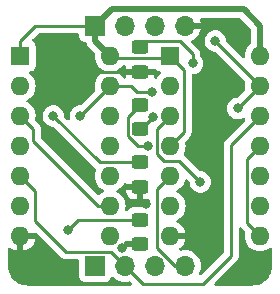
<source format=gbr>
%TF.GenerationSoftware,KiCad,Pcbnew,7.0.8-7.0.8~ubuntu23.04.1*%
%TF.CreationDate,2023-10-19T21:44:50+04:00*%
%TF.ProjectId,async_counter,6173796e-635f-4636-9f75-6e7465722e6b,rev?*%
%TF.SameCoordinates,Original*%
%TF.FileFunction,Copper,L1,Top*%
%TF.FilePolarity,Positive*%
%FSLAX46Y46*%
G04 Gerber Fmt 4.6, Leading zero omitted, Abs format (unit mm)*
G04 Created by KiCad (PCBNEW 7.0.8-7.0.8~ubuntu23.04.1) date 2023-10-19 21:44:50*
%MOMM*%
%LPD*%
G01*
G04 APERTURE LIST*
G04 Aperture macros list*
%AMRoundRect*
0 Rectangle with rounded corners*
0 $1 Rounding radius*
0 $2 $3 $4 $5 $6 $7 $8 $9 X,Y pos of 4 corners*
0 Add a 4 corners polygon primitive as box body*
4,1,4,$2,$3,$4,$5,$6,$7,$8,$9,$2,$3,0*
0 Add four circle primitives for the rounded corners*
1,1,$1+$1,$2,$3*
1,1,$1+$1,$4,$5*
1,1,$1+$1,$6,$7*
1,1,$1+$1,$8,$9*
0 Add four rect primitives between the rounded corners*
20,1,$1+$1,$2,$3,$4,$5,0*
20,1,$1+$1,$4,$5,$6,$7,0*
20,1,$1+$1,$6,$7,$8,$9,0*
20,1,$1+$1,$8,$9,$2,$3,0*%
G04 Aperture macros list end*
%TA.AperFunction,SMDPad,CuDef*%
%ADD10RoundRect,0.250000X0.450000X-0.325000X0.450000X0.325000X-0.450000X0.325000X-0.450000X-0.325000X0*%
%TD*%
%TA.AperFunction,ComponentPad*%
%ADD11R,1.600000X1.600000*%
%TD*%
%TA.AperFunction,ComponentPad*%
%ADD12O,1.600000X1.600000*%
%TD*%
%TA.AperFunction,ComponentPad*%
%ADD13R,1.700000X1.700000*%
%TD*%
%TA.AperFunction,ComponentPad*%
%ADD14O,1.700000X1.700000*%
%TD*%
%TA.AperFunction,ViaPad*%
%ADD15C,0.800000*%
%TD*%
%TA.AperFunction,Conductor*%
%ADD16C,0.250000*%
%TD*%
%TA.AperFunction,Conductor*%
%ADD17C,0.500000*%
%TD*%
G04 APERTURE END LIST*
D10*
%TO.P,D4,1,K*%
%TO.N,GND*%
X185420000Y-85145000D03*
%TO.P,D4,2,A*%
%TO.N,Net-(D4-A)*%
X185420000Y-83095000D03*
%TD*%
%TO.P,D2,1,K*%
%TO.N,GND*%
X185420000Y-94881666D03*
%TO.P,D2,2,A*%
%TO.N,Net-(D2-A)*%
X185420000Y-92831666D03*
%TD*%
%TO.P,D3,1,K*%
%TO.N,GND*%
X185420000Y-90013333D03*
%TO.P,D3,2,A*%
%TO.N,Net-(D3-A)*%
X185420000Y-87963333D03*
%TD*%
D11*
%TO.P,U1,1,J*%
%TO.N,VCC*%
X175260000Y-83820000D03*
D12*
%TO.P,U1,2,~{Q}*%
%TO.N,unconnected-(U1A-~{Q}-Pad2)*%
X175260000Y-86360000D03*
%TO.P,U1,3,Q*%
%TO.N,/D_{0}*%
X175260000Y-88900000D03*
%TO.P,U1,4,K*%
%TO.N,VCC*%
X175260000Y-91440000D03*
%TO.P,U1,5,Q*%
%TO.N,/D_{1}*%
X175260000Y-93980000D03*
%TO.P,U1,6,~{Q}*%
%TO.N,unconnected-(U1B-~{Q}-Pad6)*%
X175260000Y-96520000D03*
%TO.P,U1,7,GND*%
%TO.N,GND*%
X175260000Y-99060000D03*
%TO.P,U1,8,J*%
%TO.N,VCC*%
X182880000Y-99060000D03*
%TO.P,U1,9,C*%
%TO.N,/D_{0}*%
X182880000Y-96520000D03*
%TO.P,U1,10,~{R}*%
%TO.N,/~{CLR}*%
X182880000Y-93980000D03*
%TO.P,U1,11,K*%
%TO.N,VCC*%
X182880000Y-91440000D03*
%TO.P,U1,12,C*%
%TO.N,/CLK*%
X182880000Y-88900000D03*
%TO.P,U1,13,~{R}*%
%TO.N,/~{CLR}*%
X182880000Y-86360000D03*
%TO.P,U1,14,VCC*%
%TO.N,VCC*%
X182880000Y-83820000D03*
%TD*%
D11*
%TO.P,U2,1,J*%
%TO.N,VCC*%
X187960000Y-83820000D03*
D12*
%TO.P,U2,2,~{Q}*%
%TO.N,unconnected-(U2A-~{Q}-Pad2)*%
X187960000Y-86360000D03*
%TO.P,U2,3,Q*%
%TO.N,/D_{2}*%
X187960000Y-88900000D03*
%TO.P,U2,4,K*%
%TO.N,VCC*%
X187960000Y-91440000D03*
%TO.P,U2,5,Q*%
%TO.N,/D_{3}*%
X187960000Y-93980000D03*
%TO.P,U2,6,~{Q}*%
%TO.N,unconnected-(U2B-~{Q}-Pad6)*%
X187960000Y-96520000D03*
%TO.P,U2,7,GND*%
%TO.N,GND*%
X187960000Y-99060000D03*
%TO.P,U2,8,J*%
%TO.N,VCC*%
X195580000Y-99060000D03*
%TO.P,U2,9,C*%
%TO.N,/D_{2}*%
X195580000Y-96520000D03*
%TO.P,U2,10,~{R}*%
%TO.N,/~{CLR}*%
X195580000Y-93980000D03*
%TO.P,U2,11,K*%
%TO.N,VCC*%
X195580000Y-91440000D03*
%TO.P,U2,12,C*%
%TO.N,/D_{1}*%
X195580000Y-88900000D03*
%TO.P,U2,13,~{R}*%
%TO.N,/~{CLR}*%
X195580000Y-86360000D03*
%TO.P,U2,14,VCC*%
%TO.N,VCC*%
X195580000Y-83820000D03*
%TD*%
D10*
%TO.P,D1,1,K*%
%TO.N,GND*%
X185420000Y-99750000D03*
%TO.P,D1,2,A*%
%TO.N,Net-(D1-A)*%
X185420000Y-97700000D03*
%TD*%
D13*
%TO.P,J2,1,Pin_1*%
%TO.N,/D_{0}*%
X181610000Y-101600000D03*
D14*
%TO.P,J2,2,Pin_2*%
%TO.N,/D_{1}*%
X184150000Y-101600000D03*
%TO.P,J2,3,Pin_3*%
%TO.N,/D_{2}*%
X186690000Y-101600000D03*
%TO.P,J2,4,Pin_4*%
%TO.N,/D_{3}*%
X189230000Y-101600000D03*
%TD*%
D13*
%TO.P,J1,1,Pin_1*%
%TO.N,VCC*%
X181610000Y-81280000D03*
D14*
%TO.P,J1,2,Pin_2*%
%TO.N,/CLK*%
X184150000Y-81280000D03*
%TO.P,J1,3,Pin_3*%
%TO.N,/~{CLR}*%
X186690000Y-81280000D03*
%TO.P,J1,4,Pin_4*%
%TO.N,GND*%
X189230000Y-81280000D03*
%TD*%
D15*
%TO.N,GND*%
X186486800Y-89001600D03*
X191262000Y-100076000D03*
X191770000Y-88900000D03*
X175260000Y-100838000D03*
X179070000Y-101600000D03*
X177292000Y-100838000D03*
X185928000Y-96393000D03*
X179832000Y-83312000D03*
X194564000Y-100584000D03*
X183896000Y-100076000D03*
X193040000Y-102616000D03*
%TO.N,Net-(D1-A)*%
X179324000Y-98552000D03*
%TO.N,Net-(D2-A)*%
X178054000Y-88900000D03*
%TO.N,Net-(D3-A)*%
X186110500Y-91440000D03*
%TO.N,Net-(D4-A)*%
X189865000Y-84455000D03*
%TO.N,/~{CLR}*%
X193675000Y-88265000D03*
X180340000Y-88900000D03*
X186436000Y-86868000D03*
X191770000Y-82550000D03*
%TO.N,/D_{2}*%
X190500000Y-94488000D03*
%TD*%
D16*
%TO.N,VCC*%
X189140000Y-90260000D02*
X189140000Y-85000000D01*
X175260000Y-82550000D02*
X176530000Y-81280000D01*
X175260000Y-83820000D02*
X175260000Y-82550000D01*
X194455000Y-92565000D02*
X195580000Y-91440000D01*
D17*
X181610000Y-81280000D02*
X183015000Y-79875000D01*
D16*
X176530000Y-81280000D02*
X181610000Y-81280000D01*
X187960000Y-91440000D02*
X189140000Y-90260000D01*
X189140000Y-85000000D02*
X187960000Y-83820000D01*
X183055000Y-83995000D02*
X182880000Y-83820000D01*
D17*
X194175000Y-79875000D02*
X195580000Y-81280000D01*
D16*
X187960000Y-83820000D02*
X187785000Y-83995000D01*
X195580000Y-99060000D02*
X194455000Y-97935000D01*
X194455000Y-97935000D02*
X194455000Y-92565000D01*
D17*
X181610000Y-82550000D02*
X182880000Y-83820000D01*
X183015000Y-79875000D02*
X194175000Y-79875000D01*
X195580000Y-81280000D02*
X195580000Y-83820000D01*
D16*
X187785000Y-83995000D02*
X183055000Y-83995000D01*
D17*
X181610000Y-81280000D02*
X181610000Y-82550000D01*
D16*
%TO.N,GND*%
X185420000Y-85145000D02*
X181665000Y-85145000D01*
X185420000Y-90013333D02*
X185475067Y-90013333D01*
X181665000Y-85145000D02*
X179832000Y-83312000D01*
X185475067Y-90013333D02*
X186486800Y-89001600D01*
%TO.N,Net-(D1-A)*%
X185420000Y-97700000D02*
X180176000Y-97700000D01*
X180176000Y-97700000D02*
X179324000Y-98552000D01*
%TO.N,Net-(D2-A)*%
X181985666Y-92831666D02*
X178054000Y-88900000D01*
X185420000Y-92831666D02*
X181985666Y-92831666D01*
%TO.N,Net-(D3-A)*%
X185258493Y-91440000D02*
X186110500Y-91440000D01*
X184395000Y-90576507D02*
X184395000Y-88988333D01*
X184395000Y-90576507D02*
X185258493Y-91440000D01*
X184395000Y-88988333D02*
X185420000Y-87963333D01*
%TO.N,Net-(D4-A)*%
X189865000Y-84455000D02*
X189865000Y-83665380D01*
X189865000Y-83665380D02*
X188749620Y-82550000D01*
X188749620Y-82550000D02*
X185965000Y-82550000D01*
X185965000Y-82550000D02*
X185420000Y-83095000D01*
%TO.N,/~{CLR}*%
X184658000Y-86360000D02*
X182880000Y-86360000D01*
X191770000Y-82550000D02*
X195580000Y-86360000D01*
X180340000Y-88900000D02*
X182880000Y-86360000D01*
X185166000Y-86868000D02*
X186436000Y-86868000D01*
X184658000Y-86360000D02*
X185166000Y-86868000D01*
X195580000Y-86360000D02*
X193675000Y-88265000D01*
%TO.N,/D_{0}*%
X176385000Y-90025000D02*
X175260000Y-88900000D01*
X176385000Y-91050305D02*
X176385000Y-90025000D01*
X181854695Y-96520000D02*
X176385000Y-91050305D01*
X182880000Y-96520000D02*
X181854695Y-96520000D01*
%TO.N,/D_{1}*%
X184150000Y-101600000D02*
X185674000Y-103124000D01*
X176530000Y-95250000D02*
X175260000Y-93980000D01*
X193130000Y-100748000D02*
X193130000Y-91350000D01*
X182975000Y-100425000D02*
X179165000Y-100425000D01*
X176530000Y-97790000D02*
X176530000Y-95250000D01*
X193130000Y-91350000D02*
X195580000Y-88900000D01*
X185674000Y-103124000D02*
X190754000Y-103124000D01*
X179165000Y-100425000D02*
X176530000Y-97790000D01*
X190754000Y-103124000D02*
X193130000Y-100748000D01*
X184150000Y-101600000D02*
X182975000Y-100425000D01*
%TO.N,/D_{2}*%
X188722000Y-92710000D02*
X190500000Y-94488000D01*
X186835000Y-90025000D02*
X186835000Y-92093000D01*
X186835000Y-92093000D02*
X187452000Y-92710000D01*
X187960000Y-88900000D02*
X186835000Y-90025000D01*
X187452000Y-92710000D02*
X188722000Y-92710000D01*
%TO.N,/D_{3}*%
X186835000Y-95105000D02*
X187960000Y-93980000D01*
X186835000Y-100055000D02*
X186835000Y-95105000D01*
X188380000Y-101600000D02*
X186835000Y-100055000D01*
X189230000Y-101600000D02*
X188380000Y-101600000D01*
%TD*%
%TA.AperFunction,Conductor*%
%TO.N,GND*%
G36*
X176693792Y-98838382D02*
G01*
X178664194Y-100808784D01*
X178674019Y-100821048D01*
X178674240Y-100820866D01*
X178679210Y-100826873D01*
X178679213Y-100826876D01*
X178679214Y-100826877D01*
X178729651Y-100874241D01*
X178750530Y-100895120D01*
X178756004Y-100899366D01*
X178760442Y-100903156D01*
X178794418Y-100935062D01*
X178794422Y-100935064D01*
X178811973Y-100944713D01*
X178828231Y-100955392D01*
X178844064Y-100967674D01*
X178866015Y-100977172D01*
X178886837Y-100986183D01*
X178892081Y-100988752D01*
X178932908Y-101011197D01*
X178952312Y-101016179D01*
X178970710Y-101022478D01*
X178989105Y-101030438D01*
X179035129Y-101037726D01*
X179040832Y-101038907D01*
X179085981Y-101050500D01*
X179106016Y-101050500D01*
X179125413Y-101052026D01*
X179145196Y-101055160D01*
X179191584Y-101050775D01*
X179197422Y-101050500D01*
X180135500Y-101050500D01*
X180202539Y-101070185D01*
X180248294Y-101122989D01*
X180259500Y-101174500D01*
X180259500Y-102497870D01*
X180259501Y-102497876D01*
X180265908Y-102557483D01*
X180316202Y-102692328D01*
X180316206Y-102692335D01*
X180402452Y-102807544D01*
X180402455Y-102807547D01*
X180517664Y-102893793D01*
X180517671Y-102893797D01*
X180652517Y-102944091D01*
X180652516Y-102944091D01*
X180659444Y-102944835D01*
X180712127Y-102950500D01*
X182507872Y-102950499D01*
X182567483Y-102944091D01*
X182702331Y-102893796D01*
X182817546Y-102807546D01*
X182903796Y-102692331D01*
X182952810Y-102560916D01*
X182994681Y-102504984D01*
X183060145Y-102480566D01*
X183128418Y-102495417D01*
X183156673Y-102516569D01*
X183278599Y-102638495D01*
X183375384Y-102706265D01*
X183472165Y-102774032D01*
X183472167Y-102774033D01*
X183472170Y-102774035D01*
X183686337Y-102873903D01*
X183914592Y-102935063D01*
X184091034Y-102950500D01*
X184149999Y-102955659D01*
X184150000Y-102955659D01*
X184150001Y-102955659D01*
X184208966Y-102950500D01*
X184385408Y-102935063D01*
X184485873Y-102908143D01*
X184555722Y-102909806D01*
X184605647Y-102940237D01*
X184708229Y-103042819D01*
X184741714Y-103104142D01*
X184736730Y-103173834D01*
X184694858Y-103229767D01*
X184629394Y-103254184D01*
X184620548Y-103254500D01*
X175897214Y-103254500D01*
X175892791Y-103254342D01*
X175870144Y-103252722D01*
X175668384Y-103238292D01*
X175650872Y-103235774D01*
X175437543Y-103189367D01*
X175420567Y-103184383D01*
X175216002Y-103108084D01*
X175199909Y-103100734D01*
X175008292Y-102996103D01*
X174993409Y-102986538D01*
X174818632Y-102855702D01*
X174805261Y-102844116D01*
X174650883Y-102689738D01*
X174639297Y-102676367D01*
X174508461Y-102501590D01*
X174498896Y-102486707D01*
X174447629Y-102392819D01*
X174394262Y-102295084D01*
X174386918Y-102279004D01*
X174310613Y-102074424D01*
X174305634Y-102057465D01*
X174259224Y-101844121D01*
X174256707Y-101826615D01*
X174240658Y-101602210D01*
X174240500Y-101597786D01*
X174240500Y-100171346D01*
X174260185Y-100104307D01*
X174312989Y-100058552D01*
X174382147Y-100048608D01*
X174435624Y-100069772D01*
X174607510Y-100190129D01*
X174607516Y-100190133D01*
X174813673Y-100286265D01*
X174813682Y-100286269D01*
X175009999Y-100338872D01*
X175010000Y-100338871D01*
X175010000Y-99375686D01*
X175021955Y-99387641D01*
X175134852Y-99445165D01*
X175228519Y-99460000D01*
X175291481Y-99460000D01*
X175385148Y-99445165D01*
X175498045Y-99387641D01*
X175510000Y-99375686D01*
X175510000Y-100338872D01*
X175706317Y-100286269D01*
X175706326Y-100286265D01*
X175912482Y-100190134D01*
X176098820Y-100059657D01*
X176259657Y-99898820D01*
X176390134Y-99712482D01*
X176486265Y-99506326D01*
X176486269Y-99506317D01*
X176538872Y-99310000D01*
X175575686Y-99310000D01*
X175587641Y-99298045D01*
X175645165Y-99185148D01*
X175664986Y-99060000D01*
X175645165Y-98934852D01*
X175587641Y-98821955D01*
X175575686Y-98810000D01*
X176563299Y-98810000D01*
X176564151Y-98809378D01*
X176633897Y-98805216D01*
X176693792Y-98838382D01*
G37*
%TD.AperFunction*%
%TA.AperFunction,Conductor*%
G36*
X193960703Y-98325739D02*
G01*
X193967181Y-98331771D01*
X193970992Y-98335582D01*
X193983628Y-98350376D01*
X193995405Y-98366586D01*
X193995406Y-98366587D01*
X194031309Y-98396288D01*
X194035620Y-98400210D01*
X194222519Y-98587110D01*
X194280586Y-98645177D01*
X194314071Y-98706500D01*
X194312680Y-98764949D01*
X194294367Y-98833296D01*
X194294364Y-98833313D01*
X194274532Y-99059999D01*
X194274532Y-99060001D01*
X194294364Y-99286686D01*
X194294366Y-99286697D01*
X194353258Y-99506488D01*
X194353261Y-99506497D01*
X194449431Y-99712732D01*
X194449432Y-99712734D01*
X194579954Y-99899141D01*
X194740858Y-100060045D01*
X194740861Y-100060047D01*
X194927266Y-100190568D01*
X195133504Y-100286739D01*
X195353308Y-100345635D01*
X195515230Y-100359801D01*
X195579998Y-100365468D01*
X195580000Y-100365468D01*
X195580002Y-100365468D01*
X195636673Y-100360509D01*
X195806692Y-100345635D01*
X196026496Y-100286739D01*
X196232734Y-100190568D01*
X196404378Y-100070382D01*
X196470583Y-100048056D01*
X196538350Y-100065066D01*
X196586163Y-100116015D01*
X196599500Y-100171958D01*
X196599500Y-101597786D01*
X196599342Y-101602210D01*
X196583292Y-101826615D01*
X196580774Y-101844127D01*
X196534367Y-102057456D01*
X196529383Y-102074432D01*
X196453084Y-102278997D01*
X196445734Y-102295090D01*
X196341103Y-102486707D01*
X196331538Y-102501590D01*
X196200702Y-102676367D01*
X196189116Y-102689738D01*
X196034738Y-102844116D01*
X196021367Y-102855702D01*
X195846590Y-102986538D01*
X195831707Y-102996103D01*
X195640090Y-103100734D01*
X195623997Y-103108084D01*
X195419432Y-103184383D01*
X195402456Y-103189367D01*
X195189127Y-103235774D01*
X195171615Y-103238292D01*
X194967359Y-103252900D01*
X194947208Y-103254342D01*
X194942786Y-103254500D01*
X191807452Y-103254500D01*
X191740413Y-103234815D01*
X191694658Y-103182011D01*
X191684714Y-103112853D01*
X191713739Y-103049297D01*
X191719771Y-103042819D01*
X192538358Y-102224232D01*
X193513788Y-101248801D01*
X193526042Y-101238986D01*
X193525859Y-101238764D01*
X193531866Y-101233792D01*
X193531877Y-101233786D01*
X193562775Y-101200882D01*
X193579227Y-101183364D01*
X193589671Y-101172918D01*
X193600120Y-101162471D01*
X193604379Y-101156978D01*
X193608152Y-101152561D01*
X193640062Y-101118582D01*
X193649713Y-101101024D01*
X193660396Y-101084761D01*
X193672673Y-101068936D01*
X193691185Y-101026153D01*
X193693738Y-101020941D01*
X193716197Y-100980092D01*
X193721180Y-100960680D01*
X193727481Y-100942280D01*
X193735437Y-100923896D01*
X193742729Y-100877852D01*
X193743906Y-100872171D01*
X193755500Y-100827019D01*
X193755500Y-100806983D01*
X193757027Y-100787582D01*
X193760160Y-100767804D01*
X193755775Y-100721415D01*
X193755500Y-100715577D01*
X193755500Y-98419452D01*
X193775185Y-98352413D01*
X193827989Y-98306658D01*
X193897147Y-98296714D01*
X193960703Y-98325739D01*
G37*
%TD.AperFunction*%
%TA.AperFunction,Conductor*%
G36*
X193879809Y-80645185D02*
G01*
X193900451Y-80661819D01*
X194793181Y-81554549D01*
X194826666Y-81615872D01*
X194829500Y-81642230D01*
X194829500Y-82693336D01*
X194809815Y-82760375D01*
X194776625Y-82794910D01*
X194740863Y-82819951D01*
X194579951Y-82980862D01*
X194449432Y-83167265D01*
X194449431Y-83167267D01*
X194353261Y-83373502D01*
X194353258Y-83373511D01*
X194294366Y-83593302D01*
X194294364Y-83593313D01*
X194274532Y-83819998D01*
X194274532Y-83820003D01*
X194278390Y-83864104D01*
X194264623Y-83932603D01*
X194216007Y-83982786D01*
X194147979Y-83998719D01*
X194082135Y-83975343D01*
X194067181Y-83962591D01*
X193502341Y-83397751D01*
X192708960Y-82604369D01*
X192675475Y-82543046D01*
X192673323Y-82529668D01*
X192655674Y-82361744D01*
X192597179Y-82181716D01*
X192502533Y-82017784D01*
X192375871Y-81877112D01*
X192375870Y-81877111D01*
X192222734Y-81765851D01*
X192222729Y-81765848D01*
X192049807Y-81688857D01*
X192049802Y-81688855D01*
X191904001Y-81657865D01*
X191864646Y-81649500D01*
X191675354Y-81649500D01*
X191642897Y-81656398D01*
X191490197Y-81688855D01*
X191490192Y-81688857D01*
X191317270Y-81765848D01*
X191317265Y-81765851D01*
X191164129Y-81877111D01*
X191037466Y-82017785D01*
X190942821Y-82181715D01*
X190942818Y-82181722D01*
X190884327Y-82361740D01*
X190884326Y-82361744D01*
X190864540Y-82550000D01*
X190884326Y-82738256D01*
X190884327Y-82738259D01*
X190942818Y-82918277D01*
X190942821Y-82918284D01*
X191037467Y-83082216D01*
X191121461Y-83175500D01*
X191164129Y-83222888D01*
X191317265Y-83334148D01*
X191317270Y-83334151D01*
X191490192Y-83411142D01*
X191490197Y-83411144D01*
X191675354Y-83450500D01*
X191734548Y-83450500D01*
X191801587Y-83470185D01*
X191822229Y-83486819D01*
X194280586Y-85945176D01*
X194314071Y-86006499D01*
X194312681Y-86064948D01*
X194294365Y-86133307D01*
X194294364Y-86133313D01*
X194284812Y-86242500D01*
X194274532Y-86360000D01*
X194294364Y-86586686D01*
X194294365Y-86586691D01*
X194294366Y-86586697D01*
X194312680Y-86655048D01*
X194311017Y-86724897D01*
X194280586Y-86774821D01*
X193727228Y-87328181D01*
X193665905Y-87361666D01*
X193639547Y-87364500D01*
X193580354Y-87364500D01*
X193547897Y-87371398D01*
X193395197Y-87403855D01*
X193395192Y-87403857D01*
X193222270Y-87480848D01*
X193222265Y-87480851D01*
X193069129Y-87592111D01*
X192942466Y-87732785D01*
X192847821Y-87896715D01*
X192847818Y-87896722D01*
X192789327Y-88076740D01*
X192789326Y-88076744D01*
X192769540Y-88265000D01*
X192789326Y-88453256D01*
X192789327Y-88453259D01*
X192847818Y-88633277D01*
X192847821Y-88633284D01*
X192942467Y-88797216D01*
X193035016Y-88900002D01*
X193069129Y-88937888D01*
X193222265Y-89049148D01*
X193222270Y-89049151D01*
X193395192Y-89126142D01*
X193395197Y-89126144D01*
X193580354Y-89165500D01*
X193580355Y-89165500D01*
X193769644Y-89165500D01*
X193769646Y-89165500D01*
X193954803Y-89126144D01*
X194125407Y-89050184D01*
X194194657Y-89040900D01*
X194257933Y-89070528D01*
X194295147Y-89129662D01*
X194295618Y-89131370D01*
X194312680Y-89195046D01*
X194311017Y-89264896D01*
X194280586Y-89314821D01*
X192746208Y-90849199D01*
X192733951Y-90859020D01*
X192734134Y-90859241D01*
X192728123Y-90864213D01*
X192680772Y-90914636D01*
X192659889Y-90935519D01*
X192659877Y-90935532D01*
X192655621Y-90941017D01*
X192651837Y-90945447D01*
X192619937Y-90979418D01*
X192619936Y-90979420D01*
X192610284Y-90996976D01*
X192599610Y-91013226D01*
X192587329Y-91029061D01*
X192587324Y-91029068D01*
X192568815Y-91071838D01*
X192566245Y-91077084D01*
X192543803Y-91117906D01*
X192538822Y-91137307D01*
X192532521Y-91155710D01*
X192524562Y-91174102D01*
X192524561Y-91174105D01*
X192517271Y-91220127D01*
X192516087Y-91225846D01*
X192504501Y-91270972D01*
X192504500Y-91270982D01*
X192504500Y-91291016D01*
X192502973Y-91310415D01*
X192500127Y-91328386D01*
X192499840Y-91330196D01*
X192503831Y-91372415D01*
X192504225Y-91376583D01*
X192504500Y-91382421D01*
X192504500Y-100437547D01*
X192484815Y-100504586D01*
X192468181Y-100525228D01*
X190629090Y-102364318D01*
X190567767Y-102397803D01*
X190498075Y-102392819D01*
X190442142Y-102350947D01*
X190417725Y-102285483D01*
X190429026Y-102224236D01*
X190503903Y-102063663D01*
X190565063Y-101835408D01*
X190585659Y-101600000D01*
X190565063Y-101364592D01*
X190510907Y-101162476D01*
X190503905Y-101136344D01*
X190503904Y-101136343D01*
X190503903Y-101136337D01*
X190404035Y-100922171D01*
X190389323Y-100901159D01*
X190268494Y-100728597D01*
X190101402Y-100561506D01*
X190101395Y-100561501D01*
X189907834Y-100425967D01*
X189907830Y-100425965D01*
X189693663Y-100326097D01*
X189693659Y-100326096D01*
X189693655Y-100326094D01*
X189465413Y-100264938D01*
X189465403Y-100264936D01*
X189230001Y-100244341D01*
X189229999Y-100244341D01*
X188994596Y-100264936D01*
X188994586Y-100264938D01*
X188881844Y-100295147D01*
X188811994Y-100293484D01*
X188754132Y-100254321D01*
X188726628Y-100190092D01*
X188738215Y-100121190D01*
X188778628Y-100073797D01*
X188798818Y-100059659D01*
X188959657Y-99898820D01*
X189090134Y-99712482D01*
X189186265Y-99506326D01*
X189186269Y-99506317D01*
X189238872Y-99310000D01*
X188275686Y-99310000D01*
X188287641Y-99298045D01*
X188345165Y-99185148D01*
X188364986Y-99060000D01*
X188345165Y-98934852D01*
X188287641Y-98821955D01*
X188275686Y-98810000D01*
X189238872Y-98810000D01*
X189238872Y-98809999D01*
X189186269Y-98613682D01*
X189186265Y-98613673D01*
X189090134Y-98407517D01*
X188959657Y-98221179D01*
X188798820Y-98060342D01*
X188612482Y-97929865D01*
X188554133Y-97902657D01*
X188501694Y-97856484D01*
X188482542Y-97789291D01*
X188502758Y-97722410D01*
X188554129Y-97677895D01*
X188612734Y-97650568D01*
X188799139Y-97520047D01*
X188960047Y-97359139D01*
X189090568Y-97172734D01*
X189186739Y-96966496D01*
X189245635Y-96746692D01*
X189265468Y-96520000D01*
X189245635Y-96293308D01*
X189186739Y-96073504D01*
X189090568Y-95867266D01*
X188960047Y-95680861D01*
X188960045Y-95680858D01*
X188799141Y-95519954D01*
X188612734Y-95389432D01*
X188612728Y-95389429D01*
X188554725Y-95362382D01*
X188502285Y-95316210D01*
X188483133Y-95249017D01*
X188503348Y-95182135D01*
X188554725Y-95137618D01*
X188567489Y-95131666D01*
X188612734Y-95110568D01*
X188799139Y-94980047D01*
X188960047Y-94819139D01*
X189090568Y-94632734D01*
X189186739Y-94426496D01*
X189208743Y-94344375D01*
X189245106Y-94284716D01*
X189307952Y-94254186D01*
X189377328Y-94262480D01*
X189416198Y-94288788D01*
X189561038Y-94433628D01*
X189594523Y-94494951D01*
X189596678Y-94508347D01*
X189604121Y-94579158D01*
X189614326Y-94676256D01*
X189614327Y-94676259D01*
X189672818Y-94856277D01*
X189672821Y-94856284D01*
X189767467Y-95020216D01*
X189851086Y-95113084D01*
X189894129Y-95160888D01*
X190047265Y-95272148D01*
X190047270Y-95272151D01*
X190220192Y-95349142D01*
X190220197Y-95349144D01*
X190405354Y-95388500D01*
X190405355Y-95388500D01*
X190594644Y-95388500D01*
X190594646Y-95388500D01*
X190779803Y-95349144D01*
X190952730Y-95272151D01*
X191105871Y-95160888D01*
X191232533Y-95020216D01*
X191327179Y-94856284D01*
X191385674Y-94676256D01*
X191405460Y-94488000D01*
X191385674Y-94299744D01*
X191327179Y-94119716D01*
X191232533Y-93955784D01*
X191105871Y-93815112D01*
X191089703Y-93803365D01*
X190952734Y-93703851D01*
X190952729Y-93703848D01*
X190779807Y-93626857D01*
X190779802Y-93626855D01*
X190634001Y-93595865D01*
X190594646Y-93587500D01*
X190594645Y-93587500D01*
X190535452Y-93587500D01*
X190468413Y-93567815D01*
X190447771Y-93551181D01*
X189846247Y-92949657D01*
X189222803Y-92326212D01*
X189212980Y-92313950D01*
X189212759Y-92314134D01*
X189207786Y-92308123D01*
X189157364Y-92260773D01*
X189146919Y-92250328D01*
X189136475Y-92239883D01*
X189130989Y-92235627D01*
X189126552Y-92231838D01*
X189121856Y-92227428D01*
X189086456Y-92167194D01*
X189089241Y-92097380D01*
X189094344Y-92084635D01*
X189186739Y-91886496D01*
X189245635Y-91666692D01*
X189265468Y-91440000D01*
X189263867Y-91421705D01*
X189252993Y-91297407D01*
X189245635Y-91213308D01*
X189227318Y-91144948D01*
X189228981Y-91075103D01*
X189259410Y-91025179D01*
X189523788Y-90760801D01*
X189536042Y-90750986D01*
X189535859Y-90750764D01*
X189541866Y-90745792D01*
X189541877Y-90745786D01*
X189572775Y-90712882D01*
X189589227Y-90695364D01*
X189599671Y-90684918D01*
X189610120Y-90674471D01*
X189614379Y-90668978D01*
X189618152Y-90664561D01*
X189650062Y-90630582D01*
X189659715Y-90613020D01*
X189670389Y-90596770D01*
X189682673Y-90580936D01*
X189701180Y-90538167D01*
X189703749Y-90532924D01*
X189726196Y-90492093D01*
X189726197Y-90492092D01*
X189731177Y-90472691D01*
X189737478Y-90454288D01*
X189745438Y-90435896D01*
X189752730Y-90389849D01*
X189753911Y-90384152D01*
X189765500Y-90339019D01*
X189765500Y-90318983D01*
X189767027Y-90299582D01*
X189770160Y-90279804D01*
X189765775Y-90233415D01*
X189765500Y-90227577D01*
X189765500Y-85479500D01*
X189785185Y-85412461D01*
X189837989Y-85366706D01*
X189889500Y-85355500D01*
X189959644Y-85355500D01*
X189959646Y-85355500D01*
X190144803Y-85316144D01*
X190317730Y-85239151D01*
X190470871Y-85127888D01*
X190597533Y-84987216D01*
X190692179Y-84823284D01*
X190750674Y-84643256D01*
X190770460Y-84455000D01*
X190750674Y-84266744D01*
X190692179Y-84086716D01*
X190597533Y-83922784D01*
X190522350Y-83839284D01*
X190492120Y-83776292D01*
X190490500Y-83756312D01*
X190490500Y-83748122D01*
X190492224Y-83732502D01*
X190491939Y-83732475D01*
X190492673Y-83724713D01*
X190490500Y-83655552D01*
X190490500Y-83626036D01*
X190490500Y-83626030D01*
X190489631Y-83619159D01*
X190489173Y-83613332D01*
X190488544Y-83593308D01*
X190487710Y-83566753D01*
X190482119Y-83547510D01*
X190478173Y-83528458D01*
X190475664Y-83508588D01*
X190458504Y-83465247D01*
X190456624Y-83459759D01*
X190443618Y-83414990D01*
X190441342Y-83411142D01*
X190433423Y-83397751D01*
X190424861Y-83380274D01*
X190417487Y-83361650D01*
X190417486Y-83361648D01*
X190390079Y-83323925D01*
X190386888Y-83319066D01*
X190363172Y-83278963D01*
X190363165Y-83278954D01*
X190349006Y-83264795D01*
X190336368Y-83249999D01*
X190324594Y-83233793D01*
X190288688Y-83204089D01*
X190284376Y-83200166D01*
X189780622Y-82696411D01*
X189747138Y-82635090D01*
X189752122Y-82565398D01*
X189793994Y-82509465D01*
X189815900Y-82496349D01*
X189907580Y-82453598D01*
X190101082Y-82318105D01*
X190268105Y-82151082D01*
X190403600Y-81957578D01*
X190503429Y-81743492D01*
X190503432Y-81743486D01*
X190560636Y-81530000D01*
X189663686Y-81530000D01*
X189689493Y-81489844D01*
X189730000Y-81351889D01*
X189730000Y-81208111D01*
X189689493Y-81070156D01*
X189663686Y-81030000D01*
X190560636Y-81030000D01*
X190560635Y-81029999D01*
X190503432Y-80816513D01*
X190503428Y-80816502D01*
X190496621Y-80801904D01*
X190486129Y-80732827D01*
X190514649Y-80669043D01*
X190573126Y-80630804D01*
X190609003Y-80625500D01*
X193812770Y-80625500D01*
X193879809Y-80645185D01*
G37*
%TD.AperFunction*%
%TA.AperFunction,Conductor*%
G36*
X185613039Y-99519685D02*
G01*
X185658794Y-99572489D01*
X185670000Y-99624000D01*
X185670000Y-99876000D01*
X185650315Y-99943039D01*
X185597511Y-99988794D01*
X185546000Y-100000000D01*
X184220001Y-100000000D01*
X184220001Y-100124591D01*
X184200316Y-100191630D01*
X184147512Y-100237385D01*
X184106809Y-100248119D01*
X183914590Y-100264937D01*
X183914589Y-100264937D01*
X183814124Y-100291855D01*
X183744274Y-100290191D01*
X183694352Y-100259761D01*
X183691590Y-100256999D01*
X183658105Y-100195676D01*
X183663089Y-100125984D01*
X183704961Y-100070051D01*
X183708149Y-100067742D01*
X183719139Y-100060047D01*
X183880047Y-99899139D01*
X184010568Y-99712734D01*
X184076383Y-99571593D01*
X184122554Y-99519156D01*
X184188764Y-99500000D01*
X185546000Y-99500000D01*
X185613039Y-99519685D01*
G37*
%TD.AperFunction*%
%TA.AperFunction,Conductor*%
G36*
X184198926Y-94610680D02*
G01*
X184201753Y-94613419D01*
X184220000Y-94631666D01*
X185546000Y-94631666D01*
X185613039Y-94651351D01*
X185658794Y-94704155D01*
X185670000Y-94755666D01*
X185670000Y-95956665D01*
X185919972Y-95956665D01*
X185919986Y-95956664D01*
X186022696Y-95946171D01*
X186046493Y-95938286D01*
X186116322Y-95935883D01*
X186176364Y-95971613D01*
X186207558Y-96034133D01*
X186209500Y-96055991D01*
X186209500Y-96525148D01*
X186189815Y-96592187D01*
X186137011Y-96637942D01*
X186067853Y-96647886D01*
X186046498Y-96642854D01*
X186022802Y-96635002D01*
X186022795Y-96635000D01*
X185920010Y-96624500D01*
X184919998Y-96624500D01*
X184919980Y-96624501D01*
X184817203Y-96635000D01*
X184817200Y-96635001D01*
X184650668Y-96690185D01*
X184650663Y-96690187D01*
X184501342Y-96782289D01*
X184377286Y-96906345D01*
X184371845Y-96915167D01*
X184319895Y-96961888D01*
X184250932Y-96973107D01*
X184186851Y-96945260D01*
X184147998Y-96887189D01*
X184146535Y-96817974D01*
X184165635Y-96746692D01*
X184185468Y-96520000D01*
X184165635Y-96293308D01*
X184106739Y-96073504D01*
X184010568Y-95867266D01*
X183880047Y-95680861D01*
X183880045Y-95680858D01*
X183719141Y-95519954D01*
X183532734Y-95389432D01*
X183532728Y-95389429D01*
X183474725Y-95362382D01*
X183422285Y-95316210D01*
X183403133Y-95249017D01*
X183423348Y-95182135D01*
X183474725Y-95137618D01*
X183487489Y-95131666D01*
X184220001Y-95131666D01*
X184220001Y-95256652D01*
X184230494Y-95359363D01*
X184285641Y-95525785D01*
X184285643Y-95525790D01*
X184377684Y-95675011D01*
X184501654Y-95798981D01*
X184650875Y-95891022D01*
X184650880Y-95891024D01*
X184817302Y-95946171D01*
X184817309Y-95946172D01*
X184920019Y-95956665D01*
X185169999Y-95956665D01*
X185170000Y-95956664D01*
X185170000Y-95131666D01*
X184220001Y-95131666D01*
X183487489Y-95131666D01*
X183532734Y-95110568D01*
X183719139Y-94980047D01*
X183880047Y-94819139D01*
X184010568Y-94632734D01*
X184010571Y-94632726D01*
X184012496Y-94629978D01*
X184067073Y-94586352D01*
X184136571Y-94579158D01*
X184198926Y-94610680D01*
G37*
%TD.AperFunction*%
%TA.AperFunction,Conductor*%
G36*
X180202540Y-81925185D02*
G01*
X180248295Y-81977989D01*
X180259501Y-82029500D01*
X180259501Y-82177876D01*
X180265908Y-82237483D01*
X180316202Y-82372328D01*
X180316206Y-82372335D01*
X180402452Y-82487544D01*
X180402455Y-82487547D01*
X180517664Y-82573793D01*
X180517671Y-82573797D01*
X180562618Y-82590561D01*
X180652517Y-82624091D01*
X180712127Y-82630500D01*
X180754491Y-82630499D01*
X180821529Y-82650182D01*
X180867285Y-82702985D01*
X180872261Y-82717482D01*
X180872291Y-82717472D01*
X180874758Y-82724252D01*
X180874759Y-82724255D01*
X180887000Y-82757887D01*
X180901025Y-82796424D01*
X180925185Y-82869331D01*
X180928236Y-82875874D01*
X180928182Y-82875898D01*
X180931470Y-82882688D01*
X180931521Y-82882663D01*
X180934761Y-82889113D01*
X180934762Y-82889114D01*
X180934763Y-82889117D01*
X180953942Y-82918277D01*
X180976965Y-82953283D01*
X181017287Y-83018655D01*
X181021766Y-83024319D01*
X181021719Y-83024356D01*
X181026482Y-83030202D01*
X181026528Y-83030164D01*
X181031173Y-83035700D01*
X181087018Y-83088386D01*
X181553282Y-83554650D01*
X181586767Y-83615973D01*
X181589129Y-83653137D01*
X181574532Y-83819996D01*
X181574532Y-83820001D01*
X181594364Y-84046686D01*
X181594366Y-84046697D01*
X181653258Y-84266488D01*
X181653261Y-84266497D01*
X181749431Y-84472732D01*
X181749432Y-84472734D01*
X181879954Y-84659141D01*
X182040858Y-84820045D01*
X182040861Y-84820047D01*
X182227266Y-84950568D01*
X182285275Y-84977618D01*
X182337714Y-85023791D01*
X182356866Y-85090984D01*
X182336650Y-85157865D01*
X182285275Y-85202382D01*
X182227267Y-85229431D01*
X182227265Y-85229432D01*
X182040858Y-85359954D01*
X181879954Y-85520858D01*
X181749432Y-85707265D01*
X181749431Y-85707267D01*
X181653261Y-85913502D01*
X181653258Y-85913511D01*
X181594366Y-86133302D01*
X181594364Y-86133313D01*
X181584812Y-86242500D01*
X181574532Y-86360000D01*
X181594364Y-86586686D01*
X181594365Y-86586691D01*
X181594366Y-86586697D01*
X181612680Y-86655048D01*
X181611017Y-86724897D01*
X181580586Y-86774821D01*
X180392228Y-87963181D01*
X180330905Y-87996666D01*
X180304547Y-87999500D01*
X180245354Y-87999500D01*
X180212897Y-88006398D01*
X180060197Y-88038855D01*
X180060192Y-88038857D01*
X179887270Y-88115848D01*
X179887265Y-88115851D01*
X179734129Y-88227111D01*
X179607466Y-88367785D01*
X179512821Y-88531715D01*
X179512818Y-88531722D01*
X179466813Y-88673313D01*
X179454326Y-88711744D01*
X179434540Y-88900000D01*
X179449131Y-89038832D01*
X179454327Y-89088261D01*
X179455678Y-89094617D01*
X179452768Y-89095235D01*
X179454249Y-89152289D01*
X179418013Y-89212028D01*
X179355231Y-89242692D01*
X179285838Y-89234546D01*
X179246725Y-89208134D01*
X178992960Y-88954369D01*
X178959475Y-88893046D01*
X178957323Y-88879668D01*
X178939674Y-88711744D01*
X178881179Y-88531716D01*
X178786533Y-88367784D01*
X178659871Y-88227112D01*
X178659870Y-88227111D01*
X178506734Y-88115851D01*
X178506729Y-88115848D01*
X178333807Y-88038857D01*
X178333802Y-88038855D01*
X178188001Y-88007865D01*
X178148646Y-87999500D01*
X177959354Y-87999500D01*
X177926897Y-88006398D01*
X177774197Y-88038855D01*
X177774192Y-88038857D01*
X177601270Y-88115848D01*
X177601265Y-88115851D01*
X177448129Y-88227111D01*
X177321466Y-88367785D01*
X177226821Y-88531715D01*
X177226818Y-88531722D01*
X177180813Y-88673313D01*
X177168326Y-88711744D01*
X177148540Y-88900000D01*
X177168326Y-89088256D01*
X177168327Y-89088259D01*
X177226818Y-89268277D01*
X177226821Y-89268284D01*
X177321467Y-89432216D01*
X177438191Y-89561851D01*
X177448129Y-89572888D01*
X177601265Y-89684148D01*
X177601270Y-89684151D01*
X177774192Y-89761142D01*
X177774197Y-89761144D01*
X177959354Y-89800500D01*
X178018548Y-89800500D01*
X178085587Y-89820185D01*
X178106229Y-89836819D01*
X181484863Y-93215454D01*
X181494688Y-93227717D01*
X181494909Y-93227535D01*
X181499880Y-93233544D01*
X181525883Y-93257961D01*
X181550301Y-93280892D01*
X181571195Y-93301786D01*
X181576677Y-93306039D01*
X181581109Y-93309823D01*
X181615084Y-93341728D01*
X181615088Y-93341730D01*
X181621396Y-93346313D01*
X181620633Y-93347363D01*
X181664229Y-93391206D01*
X181678888Y-93459521D01*
X181667612Y-93502729D01*
X181653260Y-93533506D01*
X181653258Y-93533511D01*
X181594366Y-93753302D01*
X181594364Y-93753313D01*
X181574532Y-93979998D01*
X181574532Y-93980001D01*
X181594364Y-94206686D01*
X181594366Y-94206697D01*
X181653258Y-94426488D01*
X181653261Y-94426497D01*
X181749431Y-94632732D01*
X181749432Y-94632734D01*
X181879954Y-94819141D01*
X182040858Y-94980045D01*
X182048029Y-94985066D01*
X182227266Y-95110568D01*
X182232662Y-95113084D01*
X182285275Y-95137618D01*
X182337714Y-95183791D01*
X182356866Y-95250984D01*
X182336650Y-95317865D01*
X182285275Y-95362382D01*
X182227267Y-95389431D01*
X182227265Y-95389432D01*
X182040861Y-95519952D01*
X181977728Y-95583084D01*
X181916404Y-95616568D01*
X181846713Y-95611582D01*
X181802367Y-95583082D01*
X179447002Y-93227717D01*
X177046819Y-90827533D01*
X177013334Y-90766210D01*
X177010500Y-90739852D01*
X177010500Y-90107737D01*
X177012224Y-90092123D01*
X177011938Y-90092096D01*
X177012672Y-90084333D01*
X177010500Y-90015203D01*
X177010500Y-89985651D01*
X177010500Y-89985650D01*
X177009629Y-89978759D01*
X177009172Y-89972945D01*
X177007709Y-89926372D01*
X177002122Y-89907144D01*
X176998174Y-89888084D01*
X176995664Y-89868208D01*
X176978507Y-89824875D01*
X176976619Y-89819359D01*
X176963619Y-89774612D01*
X176953418Y-89757363D01*
X176944860Y-89739894D01*
X176937486Y-89721268D01*
X176937483Y-89721264D01*
X176937483Y-89721263D01*
X176910098Y-89683571D01*
X176906890Y-89678687D01*
X176883172Y-89638582D01*
X176883163Y-89638571D01*
X176869005Y-89624413D01*
X176856370Y-89609620D01*
X176844593Y-89593412D01*
X176808693Y-89563713D01*
X176804381Y-89559790D01*
X176559412Y-89314821D01*
X176525928Y-89253499D01*
X176527319Y-89195048D01*
X176527320Y-89195046D01*
X176545635Y-89126692D01*
X176565468Y-88900000D01*
X176565467Y-88899994D01*
X176559801Y-88835230D01*
X176545635Y-88673308D01*
X176486739Y-88453504D01*
X176390568Y-88247266D01*
X176271168Y-88076744D01*
X176260045Y-88060858D01*
X176099141Y-87899954D01*
X175912734Y-87769432D01*
X175912728Y-87769429D01*
X175885038Y-87756517D01*
X175854724Y-87742381D01*
X175802285Y-87696210D01*
X175783133Y-87629017D01*
X175803348Y-87562135D01*
X175854725Y-87517618D01*
X175912734Y-87490568D01*
X176099139Y-87360047D01*
X176260047Y-87199139D01*
X176390568Y-87012734D01*
X176486739Y-86806496D01*
X176545635Y-86586692D01*
X176565468Y-86360000D01*
X176545635Y-86133308D01*
X176486739Y-85913504D01*
X176390568Y-85707266D01*
X176260047Y-85520861D01*
X176260045Y-85520858D01*
X176099143Y-85359956D01*
X176091305Y-85354468D01*
X176074535Y-85342725D01*
X176030912Y-85288149D01*
X176023719Y-85218650D01*
X176055241Y-85156296D01*
X176115471Y-85120882D01*
X176132404Y-85117861D01*
X176167483Y-85114091D01*
X176302331Y-85063796D01*
X176417546Y-84977546D01*
X176503796Y-84862331D01*
X176554091Y-84727483D01*
X176560500Y-84667873D01*
X176560499Y-82972128D01*
X176554091Y-82912517D01*
X176545363Y-82889117D01*
X176503797Y-82777671D01*
X176503793Y-82777664D01*
X176417547Y-82662455D01*
X176381752Y-82635659D01*
X176339955Y-82604369D01*
X176311693Y-82583212D01*
X176269823Y-82527278D01*
X176264839Y-82457587D01*
X176298324Y-82396265D01*
X176332846Y-82361744D01*
X176752772Y-81941819D01*
X176814095Y-81908334D01*
X176840453Y-81905500D01*
X180135501Y-81905500D01*
X180202540Y-81925185D01*
G37*
%TD.AperFunction*%
%TA.AperFunction,Conductor*%
G36*
X186576746Y-88745467D02*
G01*
X186632680Y-88787338D01*
X186657097Y-88852802D01*
X186656941Y-88872454D01*
X186654532Y-88899994D01*
X186654532Y-88900002D01*
X186673947Y-89121922D01*
X186660180Y-89190422D01*
X186611565Y-89240605D01*
X186543536Y-89256538D01*
X186477693Y-89233162D01*
X186462738Y-89220410D01*
X186338344Y-89096016D01*
X186338341Y-89096014D01*
X186335339Y-89094162D01*
X186333713Y-89092354D01*
X186332677Y-89091535D01*
X186332817Y-89091357D01*
X186288617Y-89042213D01*
X186277397Y-88973250D01*
X186305243Y-88909169D01*
X186335344Y-88883087D01*
X186338656Y-88881045D01*
X186445735Y-88773965D01*
X186507054Y-88740483D01*
X186576746Y-88745467D01*
G37*
%TD.AperFunction*%
%TA.AperFunction,Conductor*%
G36*
X184165001Y-84640185D02*
G01*
X184210756Y-84692989D01*
X184221320Y-84757105D01*
X184220000Y-84770019D01*
X184220000Y-84895000D01*
X186646746Y-84895000D01*
X186649122Y-84893702D01*
X186667302Y-84895000D01*
X186671361Y-84895000D01*
X186671361Y-84895289D01*
X186718815Y-84898678D01*
X186774753Y-84940543D01*
X186774761Y-84940553D01*
X186802455Y-84977547D01*
X186917664Y-85063793D01*
X186917671Y-85063797D01*
X186940499Y-85072311D01*
X187052517Y-85114091D01*
X187087596Y-85117862D01*
X187152144Y-85144599D01*
X187191993Y-85201991D01*
X187194488Y-85271816D01*
X187158836Y-85331905D01*
X187145464Y-85342725D01*
X187120858Y-85359954D01*
X186959954Y-85520858D01*
X186835193Y-85699038D01*
X186780616Y-85742663D01*
X186711118Y-85749857D01*
X186648763Y-85718334D01*
X186613349Y-85658105D01*
X186610260Y-85615312D01*
X186619999Y-85519985D01*
X186620000Y-85519973D01*
X186620000Y-85395000D01*
X184220001Y-85395000D01*
X184220001Y-85519986D01*
X184227961Y-85597898D01*
X184215191Y-85666591D01*
X184167311Y-85717475D01*
X184104603Y-85734500D01*
X184094188Y-85734500D01*
X184027149Y-85714815D01*
X183992613Y-85681623D01*
X183880045Y-85520858D01*
X183719141Y-85359954D01*
X183532734Y-85229432D01*
X183532728Y-85229429D01*
X183474725Y-85202382D01*
X183422285Y-85156210D01*
X183403133Y-85089017D01*
X183423348Y-85022135D01*
X183474725Y-84977618D01*
X183532734Y-84950568D01*
X183719139Y-84820047D01*
X183782081Y-84757105D01*
X183882368Y-84656819D01*
X183943691Y-84623334D01*
X183970049Y-84620500D01*
X184097962Y-84620500D01*
X184165001Y-84640185D01*
G37*
%TD.AperFunction*%
%TD*%
M02*

</source>
